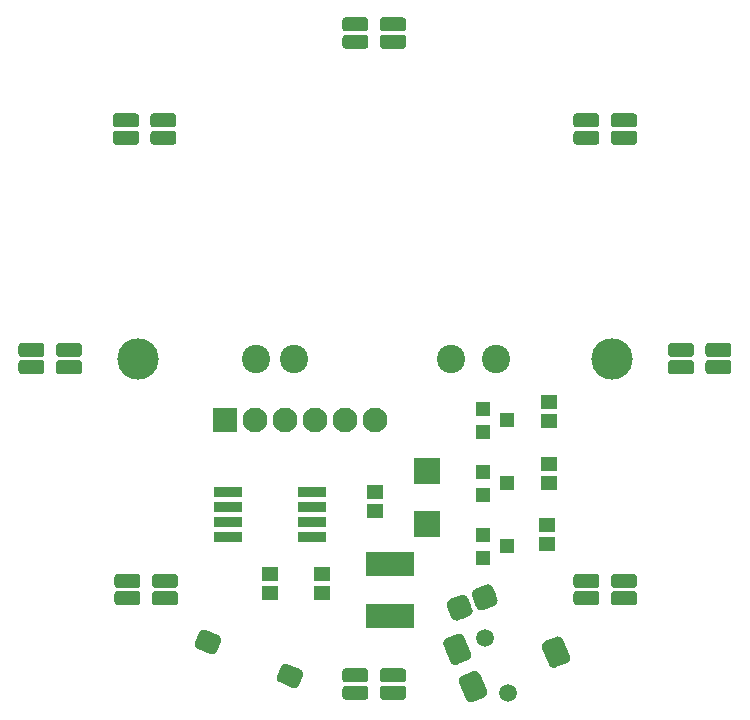
<source format=gbr>
G04 #@! TF.GenerationSoftware,KiCad,Pcbnew,5.0.0-fee4fd1~65~ubuntu17.10.1*
G04 #@! TF.CreationDate,2018-10-07T18:53:38+01:00*
G04 #@! TF.ProjectId,LED Coaster,4C454420436F61737465722E6B696361,rev?*
G04 #@! TF.SameCoordinates,Original*
G04 #@! TF.FileFunction,Soldermask,Top*
G04 #@! TF.FilePolarity,Negative*
%FSLAX46Y46*%
G04 Gerber Fmt 4.6, Leading zero omitted, Abs format (unit mm)*
G04 Created by KiCad (PCBNEW 5.0.0-fee4fd1~65~ubuntu17.10.1) date Sun Oct  7 18:53:38 2018*
%MOMM*%
%LPD*%
G01*
G04 APERTURE LIST*
%ADD10R,1.400000X1.220000*%
%ADD11R,2.300000X2.300000*%
%ADD12R,4.100000X2.070000*%
%ADD13R,2.400000X0.950000*%
%ADD14C,0.100000*%
%ADD15C,1.900000*%
%ADD16C,1.500000*%
%ADD17R,2.100000X2.100000*%
%ADD18C,2.100000*%
%ADD19C,2.400000*%
%ADD20C,1.700000*%
%ADD21R,1.300000X1.200000*%
%ADD22C,1.200000*%
%ADD23C,3.500000*%
G04 APERTURE END LIST*
D10*
G04 #@! TO.C,C1*
X208280000Y-114135000D03*
X208280000Y-115735000D03*
G04 #@! TD*
D11*
G04 #@! TO.C,C2*
X212725000Y-112395000D03*
X212725000Y-116840000D03*
G04 #@! TD*
D12*
G04 #@! TO.C,D1*
X209550000Y-120253000D03*
X209550000Y-124603000D03*
G04 #@! TD*
D13*
G04 #@! TO.C,IC1*
X195834000Y-114173000D03*
X195834000Y-115443000D03*
X195834000Y-116713000D03*
X195834000Y-117983000D03*
X202946000Y-117983000D03*
X202946000Y-116713000D03*
X202946000Y-115443000D03*
X202946000Y-114173000D03*
G04 #@! TD*
D14*
G04 #@! TO.C,J1*
G36*
X216778974Y-129292724D02*
X216825084Y-129299564D01*
X216870301Y-129310890D01*
X216914191Y-129326594D01*
X216956329Y-129346524D01*
X216996312Y-129370489D01*
X217033753Y-129398257D01*
X217068292Y-129429561D01*
X217099596Y-129464100D01*
X217127364Y-129501541D01*
X217151329Y-129541524D01*
X217171259Y-129583662D01*
X217726150Y-130923287D01*
X217741854Y-130967177D01*
X217753180Y-131012394D01*
X217760020Y-131058504D01*
X217762307Y-131105062D01*
X217760020Y-131151620D01*
X217753180Y-131197730D01*
X217741854Y-131242947D01*
X217726150Y-131286837D01*
X217706220Y-131328975D01*
X217682255Y-131368958D01*
X217654487Y-131406399D01*
X217623183Y-131440938D01*
X217588644Y-131472242D01*
X217551203Y-131500010D01*
X217511220Y-131523975D01*
X217469082Y-131543905D01*
X216591397Y-131907454D01*
X216547507Y-131923158D01*
X216502290Y-131934484D01*
X216456180Y-131941324D01*
X216409622Y-131943611D01*
X216363064Y-131941324D01*
X216316954Y-131934484D01*
X216271737Y-131923158D01*
X216227847Y-131907454D01*
X216185709Y-131887524D01*
X216145726Y-131863559D01*
X216108285Y-131835791D01*
X216073746Y-131804487D01*
X216042442Y-131769948D01*
X216014674Y-131732507D01*
X215990709Y-131692524D01*
X215970779Y-131650386D01*
X215415888Y-130310761D01*
X215400184Y-130266871D01*
X215388858Y-130221654D01*
X215382018Y-130175544D01*
X215379731Y-130128986D01*
X215382018Y-130082428D01*
X215388858Y-130036318D01*
X215400184Y-129991101D01*
X215415888Y-129947211D01*
X215435818Y-129905073D01*
X215459783Y-129865090D01*
X215487551Y-129827649D01*
X215518855Y-129793110D01*
X215553394Y-129761806D01*
X215590835Y-129734038D01*
X215630818Y-129710073D01*
X215672956Y-129690143D01*
X216550641Y-129326594D01*
X216594531Y-129310890D01*
X216639748Y-129299564D01*
X216685858Y-129292724D01*
X216732416Y-129290437D01*
X216778974Y-129292724D01*
X216778974Y-129292724D01*
G37*
D15*
X216571019Y-130617024D03*
D14*
G36*
X223818936Y-126376676D02*
X223865046Y-126383516D01*
X223910263Y-126394842D01*
X223954153Y-126410546D01*
X223996291Y-126430476D01*
X224036274Y-126454441D01*
X224073715Y-126482209D01*
X224108254Y-126513513D01*
X224139558Y-126548052D01*
X224167326Y-126585493D01*
X224191291Y-126625476D01*
X224211221Y-126667614D01*
X224766112Y-128007239D01*
X224781816Y-128051129D01*
X224793142Y-128096346D01*
X224799982Y-128142456D01*
X224802269Y-128189014D01*
X224799982Y-128235572D01*
X224793142Y-128281682D01*
X224781816Y-128326899D01*
X224766112Y-128370789D01*
X224746182Y-128412927D01*
X224722217Y-128452910D01*
X224694449Y-128490351D01*
X224663145Y-128524890D01*
X224628606Y-128556194D01*
X224591165Y-128583962D01*
X224551182Y-128607927D01*
X224509044Y-128627857D01*
X223631359Y-128991406D01*
X223587469Y-129007110D01*
X223542252Y-129018436D01*
X223496142Y-129025276D01*
X223449584Y-129027563D01*
X223403026Y-129025276D01*
X223356916Y-129018436D01*
X223311699Y-129007110D01*
X223267809Y-128991406D01*
X223225671Y-128971476D01*
X223185688Y-128947511D01*
X223148247Y-128919743D01*
X223113708Y-128888439D01*
X223082404Y-128853900D01*
X223054636Y-128816459D01*
X223030671Y-128776476D01*
X223010741Y-128734338D01*
X222455850Y-127394713D01*
X222440146Y-127350823D01*
X222428820Y-127305606D01*
X222421980Y-127259496D01*
X222419693Y-127212938D01*
X222421980Y-127166380D01*
X222428820Y-127120270D01*
X222440146Y-127075053D01*
X222455850Y-127031163D01*
X222475780Y-126989025D01*
X222499745Y-126949042D01*
X222527513Y-126911601D01*
X222558817Y-126877062D01*
X222593356Y-126845758D01*
X222630797Y-126817990D01*
X222670780Y-126794025D01*
X222712918Y-126774095D01*
X223590603Y-126410546D01*
X223634493Y-126394842D01*
X223679710Y-126383516D01*
X223725820Y-126376676D01*
X223772378Y-126374389D01*
X223818936Y-126376676D01*
X223818936Y-126376676D01*
G37*
D15*
X223610981Y-127700976D03*
D14*
G36*
X215466752Y-126124741D02*
X215512862Y-126131581D01*
X215558079Y-126142907D01*
X215601969Y-126158611D01*
X215644107Y-126178541D01*
X215684090Y-126202506D01*
X215721531Y-126230274D01*
X215756070Y-126261578D01*
X215787374Y-126296117D01*
X215815142Y-126333558D01*
X215839107Y-126373541D01*
X215859037Y-126415679D01*
X216413928Y-127755304D01*
X216429632Y-127799194D01*
X216440958Y-127844411D01*
X216447798Y-127890521D01*
X216450085Y-127937079D01*
X216447798Y-127983637D01*
X216440958Y-128029747D01*
X216429632Y-128074964D01*
X216413928Y-128118854D01*
X216393998Y-128160992D01*
X216370033Y-128200975D01*
X216342265Y-128238416D01*
X216310961Y-128272955D01*
X216276422Y-128304259D01*
X216238981Y-128332027D01*
X216198998Y-128355992D01*
X216156860Y-128375922D01*
X215279175Y-128739471D01*
X215235285Y-128755175D01*
X215190068Y-128766501D01*
X215143958Y-128773341D01*
X215097400Y-128775628D01*
X215050842Y-128773341D01*
X215004732Y-128766501D01*
X214959515Y-128755175D01*
X214915625Y-128739471D01*
X214873487Y-128719541D01*
X214833504Y-128695576D01*
X214796063Y-128667808D01*
X214761524Y-128636504D01*
X214730220Y-128601965D01*
X214702452Y-128564524D01*
X214678487Y-128524541D01*
X214658557Y-128482403D01*
X214103666Y-127142778D01*
X214087962Y-127098888D01*
X214076636Y-127053671D01*
X214069796Y-127007561D01*
X214067509Y-126961003D01*
X214069796Y-126914445D01*
X214076636Y-126868335D01*
X214087962Y-126823118D01*
X214103666Y-126779228D01*
X214123596Y-126737090D01*
X214147561Y-126697107D01*
X214175329Y-126659666D01*
X214206633Y-126625127D01*
X214241172Y-126593823D01*
X214278613Y-126566055D01*
X214318596Y-126542090D01*
X214360734Y-126522160D01*
X215238419Y-126158611D01*
X215282309Y-126142907D01*
X215327526Y-126131581D01*
X215373636Y-126124741D01*
X215420194Y-126122454D01*
X215466752Y-126124741D01*
X215466752Y-126124741D01*
G37*
D15*
X215258797Y-127449041D03*
D14*
G36*
X217867385Y-121964370D02*
X217913495Y-121971210D01*
X217958712Y-121982536D01*
X218002602Y-121998240D01*
X218044740Y-122018170D01*
X218084723Y-122042135D01*
X218122164Y-122069903D01*
X218156703Y-122101207D01*
X218188007Y-122135746D01*
X218215775Y-122173187D01*
X218239740Y-122213170D01*
X218259670Y-122255308D01*
X218623219Y-123132993D01*
X218638923Y-123176883D01*
X218650249Y-123222100D01*
X218657089Y-123268210D01*
X218659376Y-123314768D01*
X218657089Y-123361326D01*
X218650249Y-123407436D01*
X218638923Y-123452653D01*
X218623219Y-123496543D01*
X218603289Y-123538681D01*
X218579324Y-123578664D01*
X218551556Y-123616105D01*
X218520252Y-123650644D01*
X218485713Y-123681948D01*
X218448272Y-123709716D01*
X218408289Y-123733681D01*
X218366151Y-123753611D01*
X217488466Y-124117160D01*
X217444576Y-124132864D01*
X217399359Y-124144190D01*
X217353249Y-124151030D01*
X217306691Y-124153317D01*
X217260133Y-124151030D01*
X217214023Y-124144190D01*
X217168806Y-124132864D01*
X217124916Y-124117160D01*
X217082778Y-124097230D01*
X217042795Y-124073265D01*
X217005354Y-124045497D01*
X216970815Y-124014193D01*
X216939511Y-123979654D01*
X216911743Y-123942213D01*
X216887778Y-123902230D01*
X216867848Y-123860092D01*
X216504299Y-122982407D01*
X216488595Y-122938517D01*
X216477269Y-122893300D01*
X216470429Y-122847190D01*
X216468142Y-122800632D01*
X216470429Y-122754074D01*
X216477269Y-122707964D01*
X216488595Y-122662747D01*
X216504299Y-122618857D01*
X216524229Y-122576719D01*
X216548194Y-122536736D01*
X216575962Y-122499295D01*
X216607266Y-122464756D01*
X216641805Y-122433452D01*
X216679246Y-122405684D01*
X216719229Y-122381719D01*
X216761367Y-122361789D01*
X217639052Y-121998240D01*
X217682942Y-121982536D01*
X217728159Y-121971210D01*
X217774269Y-121964370D01*
X217820827Y-121962083D01*
X217867385Y-121964370D01*
X217867385Y-121964370D01*
G37*
D15*
X217563759Y-123057700D03*
D14*
G36*
X215755396Y-122839184D02*
X215801506Y-122846024D01*
X215846723Y-122857350D01*
X215890613Y-122873054D01*
X215932751Y-122892984D01*
X215972734Y-122916949D01*
X216010175Y-122944717D01*
X216044714Y-122976021D01*
X216076018Y-123010560D01*
X216103786Y-123048001D01*
X216127751Y-123087984D01*
X216147681Y-123130122D01*
X216511230Y-124007807D01*
X216526934Y-124051697D01*
X216538260Y-124096914D01*
X216545100Y-124143024D01*
X216547387Y-124189582D01*
X216545100Y-124236140D01*
X216538260Y-124282250D01*
X216526934Y-124327467D01*
X216511230Y-124371357D01*
X216491300Y-124413495D01*
X216467335Y-124453478D01*
X216439567Y-124490919D01*
X216408263Y-124525458D01*
X216373724Y-124556762D01*
X216336283Y-124584530D01*
X216296300Y-124608495D01*
X216254162Y-124628425D01*
X215376477Y-124991974D01*
X215332587Y-125007678D01*
X215287370Y-125019004D01*
X215241260Y-125025844D01*
X215194702Y-125028131D01*
X215148144Y-125025844D01*
X215102034Y-125019004D01*
X215056817Y-125007678D01*
X215012927Y-124991974D01*
X214970789Y-124972044D01*
X214930806Y-124948079D01*
X214893365Y-124920311D01*
X214858826Y-124889007D01*
X214827522Y-124854468D01*
X214799754Y-124817027D01*
X214775789Y-124777044D01*
X214755859Y-124734906D01*
X214392310Y-123857221D01*
X214376606Y-123813331D01*
X214365280Y-123768114D01*
X214358440Y-123722004D01*
X214356153Y-123675446D01*
X214358440Y-123628888D01*
X214365280Y-123582778D01*
X214376606Y-123537561D01*
X214392310Y-123493671D01*
X214412240Y-123451533D01*
X214436205Y-123411550D01*
X214463973Y-123374109D01*
X214495277Y-123339570D01*
X214529816Y-123308266D01*
X214567257Y-123280498D01*
X214607240Y-123256533D01*
X214649378Y-123236603D01*
X215527063Y-122873054D01*
X215570953Y-122857350D01*
X215616170Y-122846024D01*
X215662280Y-122839184D01*
X215708838Y-122836897D01*
X215755396Y-122839184D01*
X215755396Y-122839184D01*
G37*
D15*
X215451770Y-123932514D03*
D16*
X219549483Y-131170333D03*
X217605452Y-126477025D03*
G04 #@! TD*
D17*
G04 #@! TO.C,J2*
X195580000Y-108077000D03*
D18*
X198120000Y-108077000D03*
X200660000Y-108077000D03*
X203200000Y-108077000D03*
X205740000Y-108077000D03*
X208280000Y-108077000D03*
G04 #@! TD*
D10*
G04 #@! TO.C,R1*
X222885000Y-116929000D03*
X222885000Y-118529000D03*
G04 #@! TD*
G04 #@! TO.C,R2*
X223012000Y-113360000D03*
X223012000Y-111760000D03*
G04 #@! TD*
G04 #@! TO.C,R3*
X223012000Y-106515000D03*
X223012000Y-108115000D03*
G04 #@! TD*
G04 #@! TO.C,R4*
X199390000Y-122720000D03*
X199390000Y-121120000D03*
G04 #@! TD*
G04 #@! TO.C,R5*
X203835000Y-122720000D03*
X203835000Y-121120000D03*
G04 #@! TD*
D19*
G04 #@! TO.C,SW1*
X198247000Y-102870000D03*
X218567000Y-102870000D03*
X201422000Y-102870000D03*
X214757000Y-102870000D03*
G04 #@! TD*
D14*
G04 #@! TO.C,SW2*
G36*
X193820519Y-125799291D02*
X193861775Y-125805411D01*
X193902233Y-125815545D01*
X193941503Y-125829596D01*
X195003964Y-126269682D01*
X195041667Y-126287515D01*
X195077440Y-126308956D01*
X195110940Y-126333802D01*
X195141843Y-126361811D01*
X195169852Y-126392714D01*
X195194698Y-126426214D01*
X195216140Y-126461987D01*
X195233972Y-126499691D01*
X195248023Y-126538960D01*
X195258157Y-126579418D01*
X195264277Y-126620674D01*
X195266323Y-126662331D01*
X195264277Y-126703988D01*
X195258157Y-126745244D01*
X195248023Y-126785702D01*
X195233972Y-126824971D01*
X194908691Y-127610269D01*
X194890859Y-127647973D01*
X194869417Y-127683746D01*
X194844571Y-127717246D01*
X194816562Y-127748149D01*
X194785659Y-127776158D01*
X194752159Y-127801004D01*
X194716386Y-127822446D01*
X194678682Y-127840278D01*
X194639413Y-127854329D01*
X194598955Y-127864463D01*
X194557699Y-127870583D01*
X194516042Y-127872629D01*
X194474385Y-127870583D01*
X194433129Y-127864463D01*
X194392671Y-127854329D01*
X194353401Y-127840278D01*
X193290940Y-127400192D01*
X193253237Y-127382359D01*
X193217464Y-127360918D01*
X193183964Y-127336072D01*
X193153061Y-127308063D01*
X193125052Y-127277160D01*
X193100206Y-127243660D01*
X193078764Y-127207887D01*
X193060932Y-127170183D01*
X193046881Y-127130914D01*
X193036747Y-127090456D01*
X193030627Y-127049200D01*
X193028581Y-127007543D01*
X193030627Y-126965886D01*
X193036747Y-126924630D01*
X193046881Y-126884172D01*
X193060932Y-126844903D01*
X193386213Y-126059605D01*
X193404045Y-126021901D01*
X193425487Y-125986128D01*
X193450333Y-125952628D01*
X193478342Y-125921725D01*
X193509245Y-125893716D01*
X193542745Y-125868870D01*
X193578518Y-125847428D01*
X193616222Y-125829596D01*
X193655491Y-125815545D01*
X193695949Y-125805411D01*
X193737205Y-125799291D01*
X193778862Y-125797245D01*
X193820519Y-125799291D01*
X193820519Y-125799291D01*
G37*
D20*
X194147452Y-126834937D03*
D14*
G36*
X200749615Y-128669417D02*
X200790871Y-128675537D01*
X200831329Y-128685671D01*
X200870599Y-128699722D01*
X201933060Y-129139808D01*
X201970763Y-129157641D01*
X202006536Y-129179082D01*
X202040036Y-129203928D01*
X202070939Y-129231937D01*
X202098948Y-129262840D01*
X202123794Y-129296340D01*
X202145236Y-129332113D01*
X202163068Y-129369817D01*
X202177119Y-129409086D01*
X202187253Y-129449544D01*
X202193373Y-129490800D01*
X202195419Y-129532457D01*
X202193373Y-129574114D01*
X202187253Y-129615370D01*
X202177119Y-129655828D01*
X202163068Y-129695097D01*
X201837787Y-130480395D01*
X201819955Y-130518099D01*
X201798513Y-130553872D01*
X201773667Y-130587372D01*
X201745658Y-130618275D01*
X201714755Y-130646284D01*
X201681255Y-130671130D01*
X201645482Y-130692572D01*
X201607778Y-130710404D01*
X201568509Y-130724455D01*
X201528051Y-130734589D01*
X201486795Y-130740709D01*
X201445138Y-130742755D01*
X201403481Y-130740709D01*
X201362225Y-130734589D01*
X201321767Y-130724455D01*
X201282497Y-130710404D01*
X200220036Y-130270318D01*
X200182333Y-130252485D01*
X200146560Y-130231044D01*
X200113060Y-130206198D01*
X200082157Y-130178189D01*
X200054148Y-130147286D01*
X200029302Y-130113786D01*
X200007860Y-130078013D01*
X199990028Y-130040309D01*
X199975977Y-130001040D01*
X199965843Y-129960582D01*
X199959723Y-129919326D01*
X199957677Y-129877669D01*
X199959723Y-129836012D01*
X199965843Y-129794756D01*
X199975977Y-129754298D01*
X199990028Y-129715029D01*
X200315309Y-128929731D01*
X200333141Y-128892027D01*
X200354583Y-128856254D01*
X200379429Y-128822754D01*
X200407438Y-128791851D01*
X200438341Y-128763842D01*
X200471841Y-128738996D01*
X200507614Y-128717554D01*
X200545318Y-128699722D01*
X200584587Y-128685671D01*
X200625045Y-128675537D01*
X200666301Y-128669417D01*
X200707958Y-128667371D01*
X200749615Y-128669417D01*
X200749615Y-128669417D01*
G37*
D20*
X201076548Y-129705063D03*
G04 #@! TD*
D21*
G04 #@! TO.C,T1*
X217440000Y-117795000D03*
X217440000Y-119695000D03*
X219440000Y-118745000D03*
G04 #@! TD*
G04 #@! TO.C,T2*
X219440000Y-113411000D03*
X217440000Y-114361000D03*
X217440000Y-112461000D03*
G04 #@! TD*
G04 #@! TO.C,T3*
X217440000Y-107127000D03*
X217440000Y-109027000D03*
X219440000Y-108077000D03*
G04 #@! TD*
D14*
G04 #@! TO.C,L1*
G36*
X210633405Y-75410945D02*
X210662527Y-75415264D01*
X210691085Y-75422418D01*
X210718805Y-75432336D01*
X210745419Y-75444924D01*
X210770671Y-75460059D01*
X210794318Y-75477597D01*
X210816132Y-75497368D01*
X210835903Y-75519182D01*
X210853441Y-75542829D01*
X210868576Y-75568081D01*
X210881164Y-75594695D01*
X210891082Y-75622415D01*
X210898236Y-75650973D01*
X210902555Y-75680095D01*
X210904000Y-75709500D01*
X210904000Y-76309500D01*
X210902555Y-76338905D01*
X210898236Y-76368027D01*
X210891082Y-76396585D01*
X210881164Y-76424305D01*
X210868576Y-76450919D01*
X210853441Y-76476171D01*
X210835903Y-76499818D01*
X210816132Y-76521632D01*
X210794318Y-76541403D01*
X210770671Y-76558941D01*
X210745419Y-76574076D01*
X210718805Y-76586664D01*
X210691085Y-76596582D01*
X210662527Y-76603736D01*
X210633405Y-76608055D01*
X210604000Y-76609500D01*
X209004000Y-76609500D01*
X208974595Y-76608055D01*
X208945473Y-76603736D01*
X208916915Y-76596582D01*
X208889195Y-76586664D01*
X208862581Y-76574076D01*
X208837329Y-76558941D01*
X208813682Y-76541403D01*
X208791868Y-76521632D01*
X208772097Y-76499818D01*
X208754559Y-76476171D01*
X208739424Y-76450919D01*
X208726836Y-76424305D01*
X208716918Y-76396585D01*
X208709764Y-76368027D01*
X208705445Y-76338905D01*
X208704000Y-76309500D01*
X208704000Y-75709500D01*
X208705445Y-75680095D01*
X208709764Y-75650973D01*
X208716918Y-75622415D01*
X208726836Y-75594695D01*
X208739424Y-75568081D01*
X208754559Y-75542829D01*
X208772097Y-75519182D01*
X208791868Y-75497368D01*
X208813682Y-75477597D01*
X208837329Y-75460059D01*
X208862581Y-75444924D01*
X208889195Y-75432336D01*
X208916915Y-75422418D01*
X208945473Y-75415264D01*
X208974595Y-75410945D01*
X209004000Y-75409500D01*
X210604000Y-75409500D01*
X210633405Y-75410945D01*
X210633405Y-75410945D01*
G37*
D22*
X209804000Y-76009500D03*
D14*
G36*
X207458405Y-75410945D02*
X207487527Y-75415264D01*
X207516085Y-75422418D01*
X207543805Y-75432336D01*
X207570419Y-75444924D01*
X207595671Y-75460059D01*
X207619318Y-75477597D01*
X207641132Y-75497368D01*
X207660903Y-75519182D01*
X207678441Y-75542829D01*
X207693576Y-75568081D01*
X207706164Y-75594695D01*
X207716082Y-75622415D01*
X207723236Y-75650973D01*
X207727555Y-75680095D01*
X207729000Y-75709500D01*
X207729000Y-76309500D01*
X207727555Y-76338905D01*
X207723236Y-76368027D01*
X207716082Y-76396585D01*
X207706164Y-76424305D01*
X207693576Y-76450919D01*
X207678441Y-76476171D01*
X207660903Y-76499818D01*
X207641132Y-76521632D01*
X207619318Y-76541403D01*
X207595671Y-76558941D01*
X207570419Y-76574076D01*
X207543805Y-76586664D01*
X207516085Y-76596582D01*
X207487527Y-76603736D01*
X207458405Y-76608055D01*
X207429000Y-76609500D01*
X205829000Y-76609500D01*
X205799595Y-76608055D01*
X205770473Y-76603736D01*
X205741915Y-76596582D01*
X205714195Y-76586664D01*
X205687581Y-76574076D01*
X205662329Y-76558941D01*
X205638682Y-76541403D01*
X205616868Y-76521632D01*
X205597097Y-76499818D01*
X205579559Y-76476171D01*
X205564424Y-76450919D01*
X205551836Y-76424305D01*
X205541918Y-76396585D01*
X205534764Y-76368027D01*
X205530445Y-76338905D01*
X205529000Y-76309500D01*
X205529000Y-75709500D01*
X205530445Y-75680095D01*
X205534764Y-75650973D01*
X205541918Y-75622415D01*
X205551836Y-75594695D01*
X205564424Y-75568081D01*
X205579559Y-75542829D01*
X205597097Y-75519182D01*
X205616868Y-75497368D01*
X205638682Y-75477597D01*
X205662329Y-75460059D01*
X205687581Y-75444924D01*
X205714195Y-75432336D01*
X205741915Y-75422418D01*
X205770473Y-75415264D01*
X205799595Y-75410945D01*
X205829000Y-75409500D01*
X207429000Y-75409500D01*
X207458405Y-75410945D01*
X207458405Y-75410945D01*
G37*
D22*
X206629000Y-76009500D03*
D14*
G36*
X210633405Y-73950445D02*
X210662527Y-73954764D01*
X210691085Y-73961918D01*
X210718805Y-73971836D01*
X210745419Y-73984424D01*
X210770671Y-73999559D01*
X210794318Y-74017097D01*
X210816132Y-74036868D01*
X210835903Y-74058682D01*
X210853441Y-74082329D01*
X210868576Y-74107581D01*
X210881164Y-74134195D01*
X210891082Y-74161915D01*
X210898236Y-74190473D01*
X210902555Y-74219595D01*
X210904000Y-74249000D01*
X210904000Y-74849000D01*
X210902555Y-74878405D01*
X210898236Y-74907527D01*
X210891082Y-74936085D01*
X210881164Y-74963805D01*
X210868576Y-74990419D01*
X210853441Y-75015671D01*
X210835903Y-75039318D01*
X210816132Y-75061132D01*
X210794318Y-75080903D01*
X210770671Y-75098441D01*
X210745419Y-75113576D01*
X210718805Y-75126164D01*
X210691085Y-75136082D01*
X210662527Y-75143236D01*
X210633405Y-75147555D01*
X210604000Y-75149000D01*
X209004000Y-75149000D01*
X208974595Y-75147555D01*
X208945473Y-75143236D01*
X208916915Y-75136082D01*
X208889195Y-75126164D01*
X208862581Y-75113576D01*
X208837329Y-75098441D01*
X208813682Y-75080903D01*
X208791868Y-75061132D01*
X208772097Y-75039318D01*
X208754559Y-75015671D01*
X208739424Y-74990419D01*
X208726836Y-74963805D01*
X208716918Y-74936085D01*
X208709764Y-74907527D01*
X208705445Y-74878405D01*
X208704000Y-74849000D01*
X208704000Y-74249000D01*
X208705445Y-74219595D01*
X208709764Y-74190473D01*
X208716918Y-74161915D01*
X208726836Y-74134195D01*
X208739424Y-74107581D01*
X208754559Y-74082329D01*
X208772097Y-74058682D01*
X208791868Y-74036868D01*
X208813682Y-74017097D01*
X208837329Y-73999559D01*
X208862581Y-73984424D01*
X208889195Y-73971836D01*
X208916915Y-73961918D01*
X208945473Y-73954764D01*
X208974595Y-73950445D01*
X209004000Y-73949000D01*
X210604000Y-73949000D01*
X210633405Y-73950445D01*
X210633405Y-73950445D01*
G37*
D22*
X209804000Y-74549000D03*
D14*
G36*
X207458405Y-73950445D02*
X207487527Y-73954764D01*
X207516085Y-73961918D01*
X207543805Y-73971836D01*
X207570419Y-73984424D01*
X207595671Y-73999559D01*
X207619318Y-74017097D01*
X207641132Y-74036868D01*
X207660903Y-74058682D01*
X207678441Y-74082329D01*
X207693576Y-74107581D01*
X207706164Y-74134195D01*
X207716082Y-74161915D01*
X207723236Y-74190473D01*
X207727555Y-74219595D01*
X207729000Y-74249000D01*
X207729000Y-74849000D01*
X207727555Y-74878405D01*
X207723236Y-74907527D01*
X207716082Y-74936085D01*
X207706164Y-74963805D01*
X207693576Y-74990419D01*
X207678441Y-75015671D01*
X207660903Y-75039318D01*
X207641132Y-75061132D01*
X207619318Y-75080903D01*
X207595671Y-75098441D01*
X207570419Y-75113576D01*
X207543805Y-75126164D01*
X207516085Y-75136082D01*
X207487527Y-75143236D01*
X207458405Y-75147555D01*
X207429000Y-75149000D01*
X205829000Y-75149000D01*
X205799595Y-75147555D01*
X205770473Y-75143236D01*
X205741915Y-75136082D01*
X205714195Y-75126164D01*
X205687581Y-75113576D01*
X205662329Y-75098441D01*
X205638682Y-75080903D01*
X205616868Y-75061132D01*
X205597097Y-75039318D01*
X205579559Y-75015671D01*
X205564424Y-74990419D01*
X205551836Y-74963805D01*
X205541918Y-74936085D01*
X205534764Y-74907527D01*
X205530445Y-74878405D01*
X205529000Y-74849000D01*
X205529000Y-74249000D01*
X205530445Y-74219595D01*
X205534764Y-74190473D01*
X205541918Y-74161915D01*
X205551836Y-74134195D01*
X205564424Y-74107581D01*
X205579559Y-74082329D01*
X205597097Y-74058682D01*
X205616868Y-74036868D01*
X205638682Y-74017097D01*
X205662329Y-73999559D01*
X205687581Y-73984424D01*
X205714195Y-73971836D01*
X205741915Y-73961918D01*
X205770473Y-73954764D01*
X205799595Y-73950445D01*
X205829000Y-73949000D01*
X207429000Y-73949000D01*
X207458405Y-73950445D01*
X207458405Y-73950445D01*
G37*
D22*
X206629000Y-74549000D03*
G04 #@! TD*
D14*
G04 #@! TO.C,L2*
G36*
X227016405Y-82078445D02*
X227045527Y-82082764D01*
X227074085Y-82089918D01*
X227101805Y-82099836D01*
X227128419Y-82112424D01*
X227153671Y-82127559D01*
X227177318Y-82145097D01*
X227199132Y-82164868D01*
X227218903Y-82186682D01*
X227236441Y-82210329D01*
X227251576Y-82235581D01*
X227264164Y-82262195D01*
X227274082Y-82289915D01*
X227281236Y-82318473D01*
X227285555Y-82347595D01*
X227287000Y-82377000D01*
X227287000Y-82977000D01*
X227285555Y-83006405D01*
X227281236Y-83035527D01*
X227274082Y-83064085D01*
X227264164Y-83091805D01*
X227251576Y-83118419D01*
X227236441Y-83143671D01*
X227218903Y-83167318D01*
X227199132Y-83189132D01*
X227177318Y-83208903D01*
X227153671Y-83226441D01*
X227128419Y-83241576D01*
X227101805Y-83254164D01*
X227074085Y-83264082D01*
X227045527Y-83271236D01*
X227016405Y-83275555D01*
X226987000Y-83277000D01*
X225387000Y-83277000D01*
X225357595Y-83275555D01*
X225328473Y-83271236D01*
X225299915Y-83264082D01*
X225272195Y-83254164D01*
X225245581Y-83241576D01*
X225220329Y-83226441D01*
X225196682Y-83208903D01*
X225174868Y-83189132D01*
X225155097Y-83167318D01*
X225137559Y-83143671D01*
X225122424Y-83118419D01*
X225109836Y-83091805D01*
X225099918Y-83064085D01*
X225092764Y-83035527D01*
X225088445Y-83006405D01*
X225087000Y-82977000D01*
X225087000Y-82377000D01*
X225088445Y-82347595D01*
X225092764Y-82318473D01*
X225099918Y-82289915D01*
X225109836Y-82262195D01*
X225122424Y-82235581D01*
X225137559Y-82210329D01*
X225155097Y-82186682D01*
X225174868Y-82164868D01*
X225196682Y-82145097D01*
X225220329Y-82127559D01*
X225245581Y-82112424D01*
X225272195Y-82099836D01*
X225299915Y-82089918D01*
X225328473Y-82082764D01*
X225357595Y-82078445D01*
X225387000Y-82077000D01*
X226987000Y-82077000D01*
X227016405Y-82078445D01*
X227016405Y-82078445D01*
G37*
D22*
X226187000Y-82677000D03*
D14*
G36*
X230191405Y-82078445D02*
X230220527Y-82082764D01*
X230249085Y-82089918D01*
X230276805Y-82099836D01*
X230303419Y-82112424D01*
X230328671Y-82127559D01*
X230352318Y-82145097D01*
X230374132Y-82164868D01*
X230393903Y-82186682D01*
X230411441Y-82210329D01*
X230426576Y-82235581D01*
X230439164Y-82262195D01*
X230449082Y-82289915D01*
X230456236Y-82318473D01*
X230460555Y-82347595D01*
X230462000Y-82377000D01*
X230462000Y-82977000D01*
X230460555Y-83006405D01*
X230456236Y-83035527D01*
X230449082Y-83064085D01*
X230439164Y-83091805D01*
X230426576Y-83118419D01*
X230411441Y-83143671D01*
X230393903Y-83167318D01*
X230374132Y-83189132D01*
X230352318Y-83208903D01*
X230328671Y-83226441D01*
X230303419Y-83241576D01*
X230276805Y-83254164D01*
X230249085Y-83264082D01*
X230220527Y-83271236D01*
X230191405Y-83275555D01*
X230162000Y-83277000D01*
X228562000Y-83277000D01*
X228532595Y-83275555D01*
X228503473Y-83271236D01*
X228474915Y-83264082D01*
X228447195Y-83254164D01*
X228420581Y-83241576D01*
X228395329Y-83226441D01*
X228371682Y-83208903D01*
X228349868Y-83189132D01*
X228330097Y-83167318D01*
X228312559Y-83143671D01*
X228297424Y-83118419D01*
X228284836Y-83091805D01*
X228274918Y-83064085D01*
X228267764Y-83035527D01*
X228263445Y-83006405D01*
X228262000Y-82977000D01*
X228262000Y-82377000D01*
X228263445Y-82347595D01*
X228267764Y-82318473D01*
X228274918Y-82289915D01*
X228284836Y-82262195D01*
X228297424Y-82235581D01*
X228312559Y-82210329D01*
X228330097Y-82186682D01*
X228349868Y-82164868D01*
X228371682Y-82145097D01*
X228395329Y-82127559D01*
X228420581Y-82112424D01*
X228447195Y-82099836D01*
X228474915Y-82089918D01*
X228503473Y-82082764D01*
X228532595Y-82078445D01*
X228562000Y-82077000D01*
X230162000Y-82077000D01*
X230191405Y-82078445D01*
X230191405Y-82078445D01*
G37*
D22*
X229362000Y-82677000D03*
D14*
G36*
X227016405Y-83538945D02*
X227045527Y-83543264D01*
X227074085Y-83550418D01*
X227101805Y-83560336D01*
X227128419Y-83572924D01*
X227153671Y-83588059D01*
X227177318Y-83605597D01*
X227199132Y-83625368D01*
X227218903Y-83647182D01*
X227236441Y-83670829D01*
X227251576Y-83696081D01*
X227264164Y-83722695D01*
X227274082Y-83750415D01*
X227281236Y-83778973D01*
X227285555Y-83808095D01*
X227287000Y-83837500D01*
X227287000Y-84437500D01*
X227285555Y-84466905D01*
X227281236Y-84496027D01*
X227274082Y-84524585D01*
X227264164Y-84552305D01*
X227251576Y-84578919D01*
X227236441Y-84604171D01*
X227218903Y-84627818D01*
X227199132Y-84649632D01*
X227177318Y-84669403D01*
X227153671Y-84686941D01*
X227128419Y-84702076D01*
X227101805Y-84714664D01*
X227074085Y-84724582D01*
X227045527Y-84731736D01*
X227016405Y-84736055D01*
X226987000Y-84737500D01*
X225387000Y-84737500D01*
X225357595Y-84736055D01*
X225328473Y-84731736D01*
X225299915Y-84724582D01*
X225272195Y-84714664D01*
X225245581Y-84702076D01*
X225220329Y-84686941D01*
X225196682Y-84669403D01*
X225174868Y-84649632D01*
X225155097Y-84627818D01*
X225137559Y-84604171D01*
X225122424Y-84578919D01*
X225109836Y-84552305D01*
X225099918Y-84524585D01*
X225092764Y-84496027D01*
X225088445Y-84466905D01*
X225087000Y-84437500D01*
X225087000Y-83837500D01*
X225088445Y-83808095D01*
X225092764Y-83778973D01*
X225099918Y-83750415D01*
X225109836Y-83722695D01*
X225122424Y-83696081D01*
X225137559Y-83670829D01*
X225155097Y-83647182D01*
X225174868Y-83625368D01*
X225196682Y-83605597D01*
X225220329Y-83588059D01*
X225245581Y-83572924D01*
X225272195Y-83560336D01*
X225299915Y-83550418D01*
X225328473Y-83543264D01*
X225357595Y-83538945D01*
X225387000Y-83537500D01*
X226987000Y-83537500D01*
X227016405Y-83538945D01*
X227016405Y-83538945D01*
G37*
D22*
X226187000Y-84137500D03*
D14*
G36*
X230191405Y-83538945D02*
X230220527Y-83543264D01*
X230249085Y-83550418D01*
X230276805Y-83560336D01*
X230303419Y-83572924D01*
X230328671Y-83588059D01*
X230352318Y-83605597D01*
X230374132Y-83625368D01*
X230393903Y-83647182D01*
X230411441Y-83670829D01*
X230426576Y-83696081D01*
X230439164Y-83722695D01*
X230449082Y-83750415D01*
X230456236Y-83778973D01*
X230460555Y-83808095D01*
X230462000Y-83837500D01*
X230462000Y-84437500D01*
X230460555Y-84466905D01*
X230456236Y-84496027D01*
X230449082Y-84524585D01*
X230439164Y-84552305D01*
X230426576Y-84578919D01*
X230411441Y-84604171D01*
X230393903Y-84627818D01*
X230374132Y-84649632D01*
X230352318Y-84669403D01*
X230328671Y-84686941D01*
X230303419Y-84702076D01*
X230276805Y-84714664D01*
X230249085Y-84724582D01*
X230220527Y-84731736D01*
X230191405Y-84736055D01*
X230162000Y-84737500D01*
X228562000Y-84737500D01*
X228532595Y-84736055D01*
X228503473Y-84731736D01*
X228474915Y-84724582D01*
X228447195Y-84714664D01*
X228420581Y-84702076D01*
X228395329Y-84686941D01*
X228371682Y-84669403D01*
X228349868Y-84649632D01*
X228330097Y-84627818D01*
X228312559Y-84604171D01*
X228297424Y-84578919D01*
X228284836Y-84552305D01*
X228274918Y-84524585D01*
X228267764Y-84496027D01*
X228263445Y-84466905D01*
X228262000Y-84437500D01*
X228262000Y-83837500D01*
X228263445Y-83808095D01*
X228267764Y-83778973D01*
X228274918Y-83750415D01*
X228284836Y-83722695D01*
X228297424Y-83696081D01*
X228312559Y-83670829D01*
X228330097Y-83647182D01*
X228349868Y-83625368D01*
X228371682Y-83605597D01*
X228395329Y-83588059D01*
X228420581Y-83572924D01*
X228447195Y-83560336D01*
X228474915Y-83550418D01*
X228503473Y-83543264D01*
X228532595Y-83538945D01*
X228562000Y-83537500D01*
X230162000Y-83537500D01*
X230191405Y-83538945D01*
X230191405Y-83538945D01*
G37*
D22*
X229362000Y-84137500D03*
G04 #@! TD*
D14*
G04 #@! TO.C,L3*
G36*
X238192405Y-102969945D02*
X238221527Y-102974264D01*
X238250085Y-102981418D01*
X238277805Y-102991336D01*
X238304419Y-103003924D01*
X238329671Y-103019059D01*
X238353318Y-103036597D01*
X238375132Y-103056368D01*
X238394903Y-103078182D01*
X238412441Y-103101829D01*
X238427576Y-103127081D01*
X238440164Y-103153695D01*
X238450082Y-103181415D01*
X238457236Y-103209973D01*
X238461555Y-103239095D01*
X238463000Y-103268500D01*
X238463000Y-103868500D01*
X238461555Y-103897905D01*
X238457236Y-103927027D01*
X238450082Y-103955585D01*
X238440164Y-103983305D01*
X238427576Y-104009919D01*
X238412441Y-104035171D01*
X238394903Y-104058818D01*
X238375132Y-104080632D01*
X238353318Y-104100403D01*
X238329671Y-104117941D01*
X238304419Y-104133076D01*
X238277805Y-104145664D01*
X238250085Y-104155582D01*
X238221527Y-104162736D01*
X238192405Y-104167055D01*
X238163000Y-104168500D01*
X236563000Y-104168500D01*
X236533595Y-104167055D01*
X236504473Y-104162736D01*
X236475915Y-104155582D01*
X236448195Y-104145664D01*
X236421581Y-104133076D01*
X236396329Y-104117941D01*
X236372682Y-104100403D01*
X236350868Y-104080632D01*
X236331097Y-104058818D01*
X236313559Y-104035171D01*
X236298424Y-104009919D01*
X236285836Y-103983305D01*
X236275918Y-103955585D01*
X236268764Y-103927027D01*
X236264445Y-103897905D01*
X236263000Y-103868500D01*
X236263000Y-103268500D01*
X236264445Y-103239095D01*
X236268764Y-103209973D01*
X236275918Y-103181415D01*
X236285836Y-103153695D01*
X236298424Y-103127081D01*
X236313559Y-103101829D01*
X236331097Y-103078182D01*
X236350868Y-103056368D01*
X236372682Y-103036597D01*
X236396329Y-103019059D01*
X236421581Y-103003924D01*
X236448195Y-102991336D01*
X236475915Y-102981418D01*
X236504473Y-102974264D01*
X236533595Y-102969945D01*
X236563000Y-102968500D01*
X238163000Y-102968500D01*
X238192405Y-102969945D01*
X238192405Y-102969945D01*
G37*
D22*
X237363000Y-103568500D03*
D14*
G36*
X235017405Y-102969945D02*
X235046527Y-102974264D01*
X235075085Y-102981418D01*
X235102805Y-102991336D01*
X235129419Y-103003924D01*
X235154671Y-103019059D01*
X235178318Y-103036597D01*
X235200132Y-103056368D01*
X235219903Y-103078182D01*
X235237441Y-103101829D01*
X235252576Y-103127081D01*
X235265164Y-103153695D01*
X235275082Y-103181415D01*
X235282236Y-103209973D01*
X235286555Y-103239095D01*
X235288000Y-103268500D01*
X235288000Y-103868500D01*
X235286555Y-103897905D01*
X235282236Y-103927027D01*
X235275082Y-103955585D01*
X235265164Y-103983305D01*
X235252576Y-104009919D01*
X235237441Y-104035171D01*
X235219903Y-104058818D01*
X235200132Y-104080632D01*
X235178318Y-104100403D01*
X235154671Y-104117941D01*
X235129419Y-104133076D01*
X235102805Y-104145664D01*
X235075085Y-104155582D01*
X235046527Y-104162736D01*
X235017405Y-104167055D01*
X234988000Y-104168500D01*
X233388000Y-104168500D01*
X233358595Y-104167055D01*
X233329473Y-104162736D01*
X233300915Y-104155582D01*
X233273195Y-104145664D01*
X233246581Y-104133076D01*
X233221329Y-104117941D01*
X233197682Y-104100403D01*
X233175868Y-104080632D01*
X233156097Y-104058818D01*
X233138559Y-104035171D01*
X233123424Y-104009919D01*
X233110836Y-103983305D01*
X233100918Y-103955585D01*
X233093764Y-103927027D01*
X233089445Y-103897905D01*
X233088000Y-103868500D01*
X233088000Y-103268500D01*
X233089445Y-103239095D01*
X233093764Y-103209973D01*
X233100918Y-103181415D01*
X233110836Y-103153695D01*
X233123424Y-103127081D01*
X233138559Y-103101829D01*
X233156097Y-103078182D01*
X233175868Y-103056368D01*
X233197682Y-103036597D01*
X233221329Y-103019059D01*
X233246581Y-103003924D01*
X233273195Y-102991336D01*
X233300915Y-102981418D01*
X233329473Y-102974264D01*
X233358595Y-102969945D01*
X233388000Y-102968500D01*
X234988000Y-102968500D01*
X235017405Y-102969945D01*
X235017405Y-102969945D01*
G37*
D22*
X234188000Y-103568500D03*
D14*
G36*
X238192405Y-101509445D02*
X238221527Y-101513764D01*
X238250085Y-101520918D01*
X238277805Y-101530836D01*
X238304419Y-101543424D01*
X238329671Y-101558559D01*
X238353318Y-101576097D01*
X238375132Y-101595868D01*
X238394903Y-101617682D01*
X238412441Y-101641329D01*
X238427576Y-101666581D01*
X238440164Y-101693195D01*
X238450082Y-101720915D01*
X238457236Y-101749473D01*
X238461555Y-101778595D01*
X238463000Y-101808000D01*
X238463000Y-102408000D01*
X238461555Y-102437405D01*
X238457236Y-102466527D01*
X238450082Y-102495085D01*
X238440164Y-102522805D01*
X238427576Y-102549419D01*
X238412441Y-102574671D01*
X238394903Y-102598318D01*
X238375132Y-102620132D01*
X238353318Y-102639903D01*
X238329671Y-102657441D01*
X238304419Y-102672576D01*
X238277805Y-102685164D01*
X238250085Y-102695082D01*
X238221527Y-102702236D01*
X238192405Y-102706555D01*
X238163000Y-102708000D01*
X236563000Y-102708000D01*
X236533595Y-102706555D01*
X236504473Y-102702236D01*
X236475915Y-102695082D01*
X236448195Y-102685164D01*
X236421581Y-102672576D01*
X236396329Y-102657441D01*
X236372682Y-102639903D01*
X236350868Y-102620132D01*
X236331097Y-102598318D01*
X236313559Y-102574671D01*
X236298424Y-102549419D01*
X236285836Y-102522805D01*
X236275918Y-102495085D01*
X236268764Y-102466527D01*
X236264445Y-102437405D01*
X236263000Y-102408000D01*
X236263000Y-101808000D01*
X236264445Y-101778595D01*
X236268764Y-101749473D01*
X236275918Y-101720915D01*
X236285836Y-101693195D01*
X236298424Y-101666581D01*
X236313559Y-101641329D01*
X236331097Y-101617682D01*
X236350868Y-101595868D01*
X236372682Y-101576097D01*
X236396329Y-101558559D01*
X236421581Y-101543424D01*
X236448195Y-101530836D01*
X236475915Y-101520918D01*
X236504473Y-101513764D01*
X236533595Y-101509445D01*
X236563000Y-101508000D01*
X238163000Y-101508000D01*
X238192405Y-101509445D01*
X238192405Y-101509445D01*
G37*
D22*
X237363000Y-102108000D03*
D14*
G36*
X235017405Y-101509445D02*
X235046527Y-101513764D01*
X235075085Y-101520918D01*
X235102805Y-101530836D01*
X235129419Y-101543424D01*
X235154671Y-101558559D01*
X235178318Y-101576097D01*
X235200132Y-101595868D01*
X235219903Y-101617682D01*
X235237441Y-101641329D01*
X235252576Y-101666581D01*
X235265164Y-101693195D01*
X235275082Y-101720915D01*
X235282236Y-101749473D01*
X235286555Y-101778595D01*
X235288000Y-101808000D01*
X235288000Y-102408000D01*
X235286555Y-102437405D01*
X235282236Y-102466527D01*
X235275082Y-102495085D01*
X235265164Y-102522805D01*
X235252576Y-102549419D01*
X235237441Y-102574671D01*
X235219903Y-102598318D01*
X235200132Y-102620132D01*
X235178318Y-102639903D01*
X235154671Y-102657441D01*
X235129419Y-102672576D01*
X235102805Y-102685164D01*
X235075085Y-102695082D01*
X235046527Y-102702236D01*
X235017405Y-102706555D01*
X234988000Y-102708000D01*
X233388000Y-102708000D01*
X233358595Y-102706555D01*
X233329473Y-102702236D01*
X233300915Y-102695082D01*
X233273195Y-102685164D01*
X233246581Y-102672576D01*
X233221329Y-102657441D01*
X233197682Y-102639903D01*
X233175868Y-102620132D01*
X233156097Y-102598318D01*
X233138559Y-102574671D01*
X233123424Y-102549419D01*
X233110836Y-102522805D01*
X233100918Y-102495085D01*
X233093764Y-102466527D01*
X233089445Y-102437405D01*
X233088000Y-102408000D01*
X233088000Y-101808000D01*
X233089445Y-101778595D01*
X233093764Y-101749473D01*
X233100918Y-101720915D01*
X233110836Y-101693195D01*
X233123424Y-101666581D01*
X233138559Y-101641329D01*
X233156097Y-101617682D01*
X233175868Y-101595868D01*
X233197682Y-101576097D01*
X233221329Y-101558559D01*
X233246581Y-101543424D01*
X233273195Y-101530836D01*
X233300915Y-101520918D01*
X233329473Y-101513764D01*
X233358595Y-101509445D01*
X233388000Y-101508000D01*
X234988000Y-101508000D01*
X235017405Y-101509445D01*
X235017405Y-101509445D01*
G37*
D22*
X234188000Y-102108000D03*
G04 #@! TD*
D14*
G04 #@! TO.C,L4*
G36*
X227016405Y-121067445D02*
X227045527Y-121071764D01*
X227074085Y-121078918D01*
X227101805Y-121088836D01*
X227128419Y-121101424D01*
X227153671Y-121116559D01*
X227177318Y-121134097D01*
X227199132Y-121153868D01*
X227218903Y-121175682D01*
X227236441Y-121199329D01*
X227251576Y-121224581D01*
X227264164Y-121251195D01*
X227274082Y-121278915D01*
X227281236Y-121307473D01*
X227285555Y-121336595D01*
X227287000Y-121366000D01*
X227287000Y-121966000D01*
X227285555Y-121995405D01*
X227281236Y-122024527D01*
X227274082Y-122053085D01*
X227264164Y-122080805D01*
X227251576Y-122107419D01*
X227236441Y-122132671D01*
X227218903Y-122156318D01*
X227199132Y-122178132D01*
X227177318Y-122197903D01*
X227153671Y-122215441D01*
X227128419Y-122230576D01*
X227101805Y-122243164D01*
X227074085Y-122253082D01*
X227045527Y-122260236D01*
X227016405Y-122264555D01*
X226987000Y-122266000D01*
X225387000Y-122266000D01*
X225357595Y-122264555D01*
X225328473Y-122260236D01*
X225299915Y-122253082D01*
X225272195Y-122243164D01*
X225245581Y-122230576D01*
X225220329Y-122215441D01*
X225196682Y-122197903D01*
X225174868Y-122178132D01*
X225155097Y-122156318D01*
X225137559Y-122132671D01*
X225122424Y-122107419D01*
X225109836Y-122080805D01*
X225099918Y-122053085D01*
X225092764Y-122024527D01*
X225088445Y-121995405D01*
X225087000Y-121966000D01*
X225087000Y-121366000D01*
X225088445Y-121336595D01*
X225092764Y-121307473D01*
X225099918Y-121278915D01*
X225109836Y-121251195D01*
X225122424Y-121224581D01*
X225137559Y-121199329D01*
X225155097Y-121175682D01*
X225174868Y-121153868D01*
X225196682Y-121134097D01*
X225220329Y-121116559D01*
X225245581Y-121101424D01*
X225272195Y-121088836D01*
X225299915Y-121078918D01*
X225328473Y-121071764D01*
X225357595Y-121067445D01*
X225387000Y-121066000D01*
X226987000Y-121066000D01*
X227016405Y-121067445D01*
X227016405Y-121067445D01*
G37*
D22*
X226187000Y-121666000D03*
D14*
G36*
X230191405Y-121067445D02*
X230220527Y-121071764D01*
X230249085Y-121078918D01*
X230276805Y-121088836D01*
X230303419Y-121101424D01*
X230328671Y-121116559D01*
X230352318Y-121134097D01*
X230374132Y-121153868D01*
X230393903Y-121175682D01*
X230411441Y-121199329D01*
X230426576Y-121224581D01*
X230439164Y-121251195D01*
X230449082Y-121278915D01*
X230456236Y-121307473D01*
X230460555Y-121336595D01*
X230462000Y-121366000D01*
X230462000Y-121966000D01*
X230460555Y-121995405D01*
X230456236Y-122024527D01*
X230449082Y-122053085D01*
X230439164Y-122080805D01*
X230426576Y-122107419D01*
X230411441Y-122132671D01*
X230393903Y-122156318D01*
X230374132Y-122178132D01*
X230352318Y-122197903D01*
X230328671Y-122215441D01*
X230303419Y-122230576D01*
X230276805Y-122243164D01*
X230249085Y-122253082D01*
X230220527Y-122260236D01*
X230191405Y-122264555D01*
X230162000Y-122266000D01*
X228562000Y-122266000D01*
X228532595Y-122264555D01*
X228503473Y-122260236D01*
X228474915Y-122253082D01*
X228447195Y-122243164D01*
X228420581Y-122230576D01*
X228395329Y-122215441D01*
X228371682Y-122197903D01*
X228349868Y-122178132D01*
X228330097Y-122156318D01*
X228312559Y-122132671D01*
X228297424Y-122107419D01*
X228284836Y-122080805D01*
X228274918Y-122053085D01*
X228267764Y-122024527D01*
X228263445Y-121995405D01*
X228262000Y-121966000D01*
X228262000Y-121366000D01*
X228263445Y-121336595D01*
X228267764Y-121307473D01*
X228274918Y-121278915D01*
X228284836Y-121251195D01*
X228297424Y-121224581D01*
X228312559Y-121199329D01*
X228330097Y-121175682D01*
X228349868Y-121153868D01*
X228371682Y-121134097D01*
X228395329Y-121116559D01*
X228420581Y-121101424D01*
X228447195Y-121088836D01*
X228474915Y-121078918D01*
X228503473Y-121071764D01*
X228532595Y-121067445D01*
X228562000Y-121066000D01*
X230162000Y-121066000D01*
X230191405Y-121067445D01*
X230191405Y-121067445D01*
G37*
D22*
X229362000Y-121666000D03*
D14*
G36*
X227016405Y-122527945D02*
X227045527Y-122532264D01*
X227074085Y-122539418D01*
X227101805Y-122549336D01*
X227128419Y-122561924D01*
X227153671Y-122577059D01*
X227177318Y-122594597D01*
X227199132Y-122614368D01*
X227218903Y-122636182D01*
X227236441Y-122659829D01*
X227251576Y-122685081D01*
X227264164Y-122711695D01*
X227274082Y-122739415D01*
X227281236Y-122767973D01*
X227285555Y-122797095D01*
X227287000Y-122826500D01*
X227287000Y-123426500D01*
X227285555Y-123455905D01*
X227281236Y-123485027D01*
X227274082Y-123513585D01*
X227264164Y-123541305D01*
X227251576Y-123567919D01*
X227236441Y-123593171D01*
X227218903Y-123616818D01*
X227199132Y-123638632D01*
X227177318Y-123658403D01*
X227153671Y-123675941D01*
X227128419Y-123691076D01*
X227101805Y-123703664D01*
X227074085Y-123713582D01*
X227045527Y-123720736D01*
X227016405Y-123725055D01*
X226987000Y-123726500D01*
X225387000Y-123726500D01*
X225357595Y-123725055D01*
X225328473Y-123720736D01*
X225299915Y-123713582D01*
X225272195Y-123703664D01*
X225245581Y-123691076D01*
X225220329Y-123675941D01*
X225196682Y-123658403D01*
X225174868Y-123638632D01*
X225155097Y-123616818D01*
X225137559Y-123593171D01*
X225122424Y-123567919D01*
X225109836Y-123541305D01*
X225099918Y-123513585D01*
X225092764Y-123485027D01*
X225088445Y-123455905D01*
X225087000Y-123426500D01*
X225087000Y-122826500D01*
X225088445Y-122797095D01*
X225092764Y-122767973D01*
X225099918Y-122739415D01*
X225109836Y-122711695D01*
X225122424Y-122685081D01*
X225137559Y-122659829D01*
X225155097Y-122636182D01*
X225174868Y-122614368D01*
X225196682Y-122594597D01*
X225220329Y-122577059D01*
X225245581Y-122561924D01*
X225272195Y-122549336D01*
X225299915Y-122539418D01*
X225328473Y-122532264D01*
X225357595Y-122527945D01*
X225387000Y-122526500D01*
X226987000Y-122526500D01*
X227016405Y-122527945D01*
X227016405Y-122527945D01*
G37*
D22*
X226187000Y-123126500D03*
D14*
G36*
X230191405Y-122527945D02*
X230220527Y-122532264D01*
X230249085Y-122539418D01*
X230276805Y-122549336D01*
X230303419Y-122561924D01*
X230328671Y-122577059D01*
X230352318Y-122594597D01*
X230374132Y-122614368D01*
X230393903Y-122636182D01*
X230411441Y-122659829D01*
X230426576Y-122685081D01*
X230439164Y-122711695D01*
X230449082Y-122739415D01*
X230456236Y-122767973D01*
X230460555Y-122797095D01*
X230462000Y-122826500D01*
X230462000Y-123426500D01*
X230460555Y-123455905D01*
X230456236Y-123485027D01*
X230449082Y-123513585D01*
X230439164Y-123541305D01*
X230426576Y-123567919D01*
X230411441Y-123593171D01*
X230393903Y-123616818D01*
X230374132Y-123638632D01*
X230352318Y-123658403D01*
X230328671Y-123675941D01*
X230303419Y-123691076D01*
X230276805Y-123703664D01*
X230249085Y-123713582D01*
X230220527Y-123720736D01*
X230191405Y-123725055D01*
X230162000Y-123726500D01*
X228562000Y-123726500D01*
X228532595Y-123725055D01*
X228503473Y-123720736D01*
X228474915Y-123713582D01*
X228447195Y-123703664D01*
X228420581Y-123691076D01*
X228395329Y-123675941D01*
X228371682Y-123658403D01*
X228349868Y-123638632D01*
X228330097Y-123616818D01*
X228312559Y-123593171D01*
X228297424Y-123567919D01*
X228284836Y-123541305D01*
X228274918Y-123513585D01*
X228267764Y-123485027D01*
X228263445Y-123455905D01*
X228262000Y-123426500D01*
X228262000Y-122826500D01*
X228263445Y-122797095D01*
X228267764Y-122767973D01*
X228274918Y-122739415D01*
X228284836Y-122711695D01*
X228297424Y-122685081D01*
X228312559Y-122659829D01*
X228330097Y-122636182D01*
X228349868Y-122614368D01*
X228371682Y-122594597D01*
X228395329Y-122577059D01*
X228420581Y-122561924D01*
X228447195Y-122549336D01*
X228474915Y-122539418D01*
X228503473Y-122532264D01*
X228532595Y-122527945D01*
X228562000Y-122526500D01*
X230162000Y-122526500D01*
X230191405Y-122527945D01*
X230191405Y-122527945D01*
G37*
D22*
X229362000Y-123126500D03*
G04 #@! TD*
D14*
G04 #@! TO.C,L5*
G36*
X210633405Y-130528945D02*
X210662527Y-130533264D01*
X210691085Y-130540418D01*
X210718805Y-130550336D01*
X210745419Y-130562924D01*
X210770671Y-130578059D01*
X210794318Y-130595597D01*
X210816132Y-130615368D01*
X210835903Y-130637182D01*
X210853441Y-130660829D01*
X210868576Y-130686081D01*
X210881164Y-130712695D01*
X210891082Y-130740415D01*
X210898236Y-130768973D01*
X210902555Y-130798095D01*
X210904000Y-130827500D01*
X210904000Y-131427500D01*
X210902555Y-131456905D01*
X210898236Y-131486027D01*
X210891082Y-131514585D01*
X210881164Y-131542305D01*
X210868576Y-131568919D01*
X210853441Y-131594171D01*
X210835903Y-131617818D01*
X210816132Y-131639632D01*
X210794318Y-131659403D01*
X210770671Y-131676941D01*
X210745419Y-131692076D01*
X210718805Y-131704664D01*
X210691085Y-131714582D01*
X210662527Y-131721736D01*
X210633405Y-131726055D01*
X210604000Y-131727500D01*
X209004000Y-131727500D01*
X208974595Y-131726055D01*
X208945473Y-131721736D01*
X208916915Y-131714582D01*
X208889195Y-131704664D01*
X208862581Y-131692076D01*
X208837329Y-131676941D01*
X208813682Y-131659403D01*
X208791868Y-131639632D01*
X208772097Y-131617818D01*
X208754559Y-131594171D01*
X208739424Y-131568919D01*
X208726836Y-131542305D01*
X208716918Y-131514585D01*
X208709764Y-131486027D01*
X208705445Y-131456905D01*
X208704000Y-131427500D01*
X208704000Y-130827500D01*
X208705445Y-130798095D01*
X208709764Y-130768973D01*
X208716918Y-130740415D01*
X208726836Y-130712695D01*
X208739424Y-130686081D01*
X208754559Y-130660829D01*
X208772097Y-130637182D01*
X208791868Y-130615368D01*
X208813682Y-130595597D01*
X208837329Y-130578059D01*
X208862581Y-130562924D01*
X208889195Y-130550336D01*
X208916915Y-130540418D01*
X208945473Y-130533264D01*
X208974595Y-130528945D01*
X209004000Y-130527500D01*
X210604000Y-130527500D01*
X210633405Y-130528945D01*
X210633405Y-130528945D01*
G37*
D22*
X209804000Y-131127500D03*
D14*
G36*
X207458405Y-130528945D02*
X207487527Y-130533264D01*
X207516085Y-130540418D01*
X207543805Y-130550336D01*
X207570419Y-130562924D01*
X207595671Y-130578059D01*
X207619318Y-130595597D01*
X207641132Y-130615368D01*
X207660903Y-130637182D01*
X207678441Y-130660829D01*
X207693576Y-130686081D01*
X207706164Y-130712695D01*
X207716082Y-130740415D01*
X207723236Y-130768973D01*
X207727555Y-130798095D01*
X207729000Y-130827500D01*
X207729000Y-131427500D01*
X207727555Y-131456905D01*
X207723236Y-131486027D01*
X207716082Y-131514585D01*
X207706164Y-131542305D01*
X207693576Y-131568919D01*
X207678441Y-131594171D01*
X207660903Y-131617818D01*
X207641132Y-131639632D01*
X207619318Y-131659403D01*
X207595671Y-131676941D01*
X207570419Y-131692076D01*
X207543805Y-131704664D01*
X207516085Y-131714582D01*
X207487527Y-131721736D01*
X207458405Y-131726055D01*
X207429000Y-131727500D01*
X205829000Y-131727500D01*
X205799595Y-131726055D01*
X205770473Y-131721736D01*
X205741915Y-131714582D01*
X205714195Y-131704664D01*
X205687581Y-131692076D01*
X205662329Y-131676941D01*
X205638682Y-131659403D01*
X205616868Y-131639632D01*
X205597097Y-131617818D01*
X205579559Y-131594171D01*
X205564424Y-131568919D01*
X205551836Y-131542305D01*
X205541918Y-131514585D01*
X205534764Y-131486027D01*
X205530445Y-131456905D01*
X205529000Y-131427500D01*
X205529000Y-130827500D01*
X205530445Y-130798095D01*
X205534764Y-130768973D01*
X205541918Y-130740415D01*
X205551836Y-130712695D01*
X205564424Y-130686081D01*
X205579559Y-130660829D01*
X205597097Y-130637182D01*
X205616868Y-130615368D01*
X205638682Y-130595597D01*
X205662329Y-130578059D01*
X205687581Y-130562924D01*
X205714195Y-130550336D01*
X205741915Y-130540418D01*
X205770473Y-130533264D01*
X205799595Y-130528945D01*
X205829000Y-130527500D01*
X207429000Y-130527500D01*
X207458405Y-130528945D01*
X207458405Y-130528945D01*
G37*
D22*
X206629000Y-131127500D03*
D14*
G36*
X210633405Y-129068445D02*
X210662527Y-129072764D01*
X210691085Y-129079918D01*
X210718805Y-129089836D01*
X210745419Y-129102424D01*
X210770671Y-129117559D01*
X210794318Y-129135097D01*
X210816132Y-129154868D01*
X210835903Y-129176682D01*
X210853441Y-129200329D01*
X210868576Y-129225581D01*
X210881164Y-129252195D01*
X210891082Y-129279915D01*
X210898236Y-129308473D01*
X210902555Y-129337595D01*
X210904000Y-129367000D01*
X210904000Y-129967000D01*
X210902555Y-129996405D01*
X210898236Y-130025527D01*
X210891082Y-130054085D01*
X210881164Y-130081805D01*
X210868576Y-130108419D01*
X210853441Y-130133671D01*
X210835903Y-130157318D01*
X210816132Y-130179132D01*
X210794318Y-130198903D01*
X210770671Y-130216441D01*
X210745419Y-130231576D01*
X210718805Y-130244164D01*
X210691085Y-130254082D01*
X210662527Y-130261236D01*
X210633405Y-130265555D01*
X210604000Y-130267000D01*
X209004000Y-130267000D01*
X208974595Y-130265555D01*
X208945473Y-130261236D01*
X208916915Y-130254082D01*
X208889195Y-130244164D01*
X208862581Y-130231576D01*
X208837329Y-130216441D01*
X208813682Y-130198903D01*
X208791868Y-130179132D01*
X208772097Y-130157318D01*
X208754559Y-130133671D01*
X208739424Y-130108419D01*
X208726836Y-130081805D01*
X208716918Y-130054085D01*
X208709764Y-130025527D01*
X208705445Y-129996405D01*
X208704000Y-129967000D01*
X208704000Y-129367000D01*
X208705445Y-129337595D01*
X208709764Y-129308473D01*
X208716918Y-129279915D01*
X208726836Y-129252195D01*
X208739424Y-129225581D01*
X208754559Y-129200329D01*
X208772097Y-129176682D01*
X208791868Y-129154868D01*
X208813682Y-129135097D01*
X208837329Y-129117559D01*
X208862581Y-129102424D01*
X208889195Y-129089836D01*
X208916915Y-129079918D01*
X208945473Y-129072764D01*
X208974595Y-129068445D01*
X209004000Y-129067000D01*
X210604000Y-129067000D01*
X210633405Y-129068445D01*
X210633405Y-129068445D01*
G37*
D22*
X209804000Y-129667000D03*
D14*
G36*
X207458405Y-129068445D02*
X207487527Y-129072764D01*
X207516085Y-129079918D01*
X207543805Y-129089836D01*
X207570419Y-129102424D01*
X207595671Y-129117559D01*
X207619318Y-129135097D01*
X207641132Y-129154868D01*
X207660903Y-129176682D01*
X207678441Y-129200329D01*
X207693576Y-129225581D01*
X207706164Y-129252195D01*
X207716082Y-129279915D01*
X207723236Y-129308473D01*
X207727555Y-129337595D01*
X207729000Y-129367000D01*
X207729000Y-129967000D01*
X207727555Y-129996405D01*
X207723236Y-130025527D01*
X207716082Y-130054085D01*
X207706164Y-130081805D01*
X207693576Y-130108419D01*
X207678441Y-130133671D01*
X207660903Y-130157318D01*
X207641132Y-130179132D01*
X207619318Y-130198903D01*
X207595671Y-130216441D01*
X207570419Y-130231576D01*
X207543805Y-130244164D01*
X207516085Y-130254082D01*
X207487527Y-130261236D01*
X207458405Y-130265555D01*
X207429000Y-130267000D01*
X205829000Y-130267000D01*
X205799595Y-130265555D01*
X205770473Y-130261236D01*
X205741915Y-130254082D01*
X205714195Y-130244164D01*
X205687581Y-130231576D01*
X205662329Y-130216441D01*
X205638682Y-130198903D01*
X205616868Y-130179132D01*
X205597097Y-130157318D01*
X205579559Y-130133671D01*
X205564424Y-130108419D01*
X205551836Y-130081805D01*
X205541918Y-130054085D01*
X205534764Y-130025527D01*
X205530445Y-129996405D01*
X205529000Y-129967000D01*
X205529000Y-129367000D01*
X205530445Y-129337595D01*
X205534764Y-129308473D01*
X205541918Y-129279915D01*
X205551836Y-129252195D01*
X205564424Y-129225581D01*
X205579559Y-129200329D01*
X205597097Y-129176682D01*
X205616868Y-129154868D01*
X205638682Y-129135097D01*
X205662329Y-129117559D01*
X205687581Y-129102424D01*
X205714195Y-129089836D01*
X205741915Y-129079918D01*
X205770473Y-129072764D01*
X205799595Y-129068445D01*
X205829000Y-129067000D01*
X207429000Y-129067000D01*
X207458405Y-129068445D01*
X207458405Y-129068445D01*
G37*
D22*
X206629000Y-129667000D03*
G04 #@! TD*
D14*
G04 #@! TO.C,L6*
G36*
X188154405Y-121067445D02*
X188183527Y-121071764D01*
X188212085Y-121078918D01*
X188239805Y-121088836D01*
X188266419Y-121101424D01*
X188291671Y-121116559D01*
X188315318Y-121134097D01*
X188337132Y-121153868D01*
X188356903Y-121175682D01*
X188374441Y-121199329D01*
X188389576Y-121224581D01*
X188402164Y-121251195D01*
X188412082Y-121278915D01*
X188419236Y-121307473D01*
X188423555Y-121336595D01*
X188425000Y-121366000D01*
X188425000Y-121966000D01*
X188423555Y-121995405D01*
X188419236Y-122024527D01*
X188412082Y-122053085D01*
X188402164Y-122080805D01*
X188389576Y-122107419D01*
X188374441Y-122132671D01*
X188356903Y-122156318D01*
X188337132Y-122178132D01*
X188315318Y-122197903D01*
X188291671Y-122215441D01*
X188266419Y-122230576D01*
X188239805Y-122243164D01*
X188212085Y-122253082D01*
X188183527Y-122260236D01*
X188154405Y-122264555D01*
X188125000Y-122266000D01*
X186525000Y-122266000D01*
X186495595Y-122264555D01*
X186466473Y-122260236D01*
X186437915Y-122253082D01*
X186410195Y-122243164D01*
X186383581Y-122230576D01*
X186358329Y-122215441D01*
X186334682Y-122197903D01*
X186312868Y-122178132D01*
X186293097Y-122156318D01*
X186275559Y-122132671D01*
X186260424Y-122107419D01*
X186247836Y-122080805D01*
X186237918Y-122053085D01*
X186230764Y-122024527D01*
X186226445Y-121995405D01*
X186225000Y-121966000D01*
X186225000Y-121366000D01*
X186226445Y-121336595D01*
X186230764Y-121307473D01*
X186237918Y-121278915D01*
X186247836Y-121251195D01*
X186260424Y-121224581D01*
X186275559Y-121199329D01*
X186293097Y-121175682D01*
X186312868Y-121153868D01*
X186334682Y-121134097D01*
X186358329Y-121116559D01*
X186383581Y-121101424D01*
X186410195Y-121088836D01*
X186437915Y-121078918D01*
X186466473Y-121071764D01*
X186495595Y-121067445D01*
X186525000Y-121066000D01*
X188125000Y-121066000D01*
X188154405Y-121067445D01*
X188154405Y-121067445D01*
G37*
D22*
X187325000Y-121666000D03*
D14*
G36*
X191329405Y-121067445D02*
X191358527Y-121071764D01*
X191387085Y-121078918D01*
X191414805Y-121088836D01*
X191441419Y-121101424D01*
X191466671Y-121116559D01*
X191490318Y-121134097D01*
X191512132Y-121153868D01*
X191531903Y-121175682D01*
X191549441Y-121199329D01*
X191564576Y-121224581D01*
X191577164Y-121251195D01*
X191587082Y-121278915D01*
X191594236Y-121307473D01*
X191598555Y-121336595D01*
X191600000Y-121366000D01*
X191600000Y-121966000D01*
X191598555Y-121995405D01*
X191594236Y-122024527D01*
X191587082Y-122053085D01*
X191577164Y-122080805D01*
X191564576Y-122107419D01*
X191549441Y-122132671D01*
X191531903Y-122156318D01*
X191512132Y-122178132D01*
X191490318Y-122197903D01*
X191466671Y-122215441D01*
X191441419Y-122230576D01*
X191414805Y-122243164D01*
X191387085Y-122253082D01*
X191358527Y-122260236D01*
X191329405Y-122264555D01*
X191300000Y-122266000D01*
X189700000Y-122266000D01*
X189670595Y-122264555D01*
X189641473Y-122260236D01*
X189612915Y-122253082D01*
X189585195Y-122243164D01*
X189558581Y-122230576D01*
X189533329Y-122215441D01*
X189509682Y-122197903D01*
X189487868Y-122178132D01*
X189468097Y-122156318D01*
X189450559Y-122132671D01*
X189435424Y-122107419D01*
X189422836Y-122080805D01*
X189412918Y-122053085D01*
X189405764Y-122024527D01*
X189401445Y-121995405D01*
X189400000Y-121966000D01*
X189400000Y-121366000D01*
X189401445Y-121336595D01*
X189405764Y-121307473D01*
X189412918Y-121278915D01*
X189422836Y-121251195D01*
X189435424Y-121224581D01*
X189450559Y-121199329D01*
X189468097Y-121175682D01*
X189487868Y-121153868D01*
X189509682Y-121134097D01*
X189533329Y-121116559D01*
X189558581Y-121101424D01*
X189585195Y-121088836D01*
X189612915Y-121078918D01*
X189641473Y-121071764D01*
X189670595Y-121067445D01*
X189700000Y-121066000D01*
X191300000Y-121066000D01*
X191329405Y-121067445D01*
X191329405Y-121067445D01*
G37*
D22*
X190500000Y-121666000D03*
D14*
G36*
X188154405Y-122527945D02*
X188183527Y-122532264D01*
X188212085Y-122539418D01*
X188239805Y-122549336D01*
X188266419Y-122561924D01*
X188291671Y-122577059D01*
X188315318Y-122594597D01*
X188337132Y-122614368D01*
X188356903Y-122636182D01*
X188374441Y-122659829D01*
X188389576Y-122685081D01*
X188402164Y-122711695D01*
X188412082Y-122739415D01*
X188419236Y-122767973D01*
X188423555Y-122797095D01*
X188425000Y-122826500D01*
X188425000Y-123426500D01*
X188423555Y-123455905D01*
X188419236Y-123485027D01*
X188412082Y-123513585D01*
X188402164Y-123541305D01*
X188389576Y-123567919D01*
X188374441Y-123593171D01*
X188356903Y-123616818D01*
X188337132Y-123638632D01*
X188315318Y-123658403D01*
X188291671Y-123675941D01*
X188266419Y-123691076D01*
X188239805Y-123703664D01*
X188212085Y-123713582D01*
X188183527Y-123720736D01*
X188154405Y-123725055D01*
X188125000Y-123726500D01*
X186525000Y-123726500D01*
X186495595Y-123725055D01*
X186466473Y-123720736D01*
X186437915Y-123713582D01*
X186410195Y-123703664D01*
X186383581Y-123691076D01*
X186358329Y-123675941D01*
X186334682Y-123658403D01*
X186312868Y-123638632D01*
X186293097Y-123616818D01*
X186275559Y-123593171D01*
X186260424Y-123567919D01*
X186247836Y-123541305D01*
X186237918Y-123513585D01*
X186230764Y-123485027D01*
X186226445Y-123455905D01*
X186225000Y-123426500D01*
X186225000Y-122826500D01*
X186226445Y-122797095D01*
X186230764Y-122767973D01*
X186237918Y-122739415D01*
X186247836Y-122711695D01*
X186260424Y-122685081D01*
X186275559Y-122659829D01*
X186293097Y-122636182D01*
X186312868Y-122614368D01*
X186334682Y-122594597D01*
X186358329Y-122577059D01*
X186383581Y-122561924D01*
X186410195Y-122549336D01*
X186437915Y-122539418D01*
X186466473Y-122532264D01*
X186495595Y-122527945D01*
X186525000Y-122526500D01*
X188125000Y-122526500D01*
X188154405Y-122527945D01*
X188154405Y-122527945D01*
G37*
D22*
X187325000Y-123126500D03*
D14*
G36*
X191329405Y-122527945D02*
X191358527Y-122532264D01*
X191387085Y-122539418D01*
X191414805Y-122549336D01*
X191441419Y-122561924D01*
X191466671Y-122577059D01*
X191490318Y-122594597D01*
X191512132Y-122614368D01*
X191531903Y-122636182D01*
X191549441Y-122659829D01*
X191564576Y-122685081D01*
X191577164Y-122711695D01*
X191587082Y-122739415D01*
X191594236Y-122767973D01*
X191598555Y-122797095D01*
X191600000Y-122826500D01*
X191600000Y-123426500D01*
X191598555Y-123455905D01*
X191594236Y-123485027D01*
X191587082Y-123513585D01*
X191577164Y-123541305D01*
X191564576Y-123567919D01*
X191549441Y-123593171D01*
X191531903Y-123616818D01*
X191512132Y-123638632D01*
X191490318Y-123658403D01*
X191466671Y-123675941D01*
X191441419Y-123691076D01*
X191414805Y-123703664D01*
X191387085Y-123713582D01*
X191358527Y-123720736D01*
X191329405Y-123725055D01*
X191300000Y-123726500D01*
X189700000Y-123726500D01*
X189670595Y-123725055D01*
X189641473Y-123720736D01*
X189612915Y-123713582D01*
X189585195Y-123703664D01*
X189558581Y-123691076D01*
X189533329Y-123675941D01*
X189509682Y-123658403D01*
X189487868Y-123638632D01*
X189468097Y-123616818D01*
X189450559Y-123593171D01*
X189435424Y-123567919D01*
X189422836Y-123541305D01*
X189412918Y-123513585D01*
X189405764Y-123485027D01*
X189401445Y-123455905D01*
X189400000Y-123426500D01*
X189400000Y-122826500D01*
X189401445Y-122797095D01*
X189405764Y-122767973D01*
X189412918Y-122739415D01*
X189422836Y-122711695D01*
X189435424Y-122685081D01*
X189450559Y-122659829D01*
X189468097Y-122636182D01*
X189487868Y-122614368D01*
X189509682Y-122594597D01*
X189533329Y-122577059D01*
X189558581Y-122561924D01*
X189585195Y-122549336D01*
X189612915Y-122539418D01*
X189641473Y-122532264D01*
X189670595Y-122527945D01*
X189700000Y-122526500D01*
X191300000Y-122526500D01*
X191329405Y-122527945D01*
X191329405Y-122527945D01*
G37*
D22*
X190500000Y-123126500D03*
G04 #@! TD*
D14*
G04 #@! TO.C,L7*
G36*
X183201405Y-102969945D02*
X183230527Y-102974264D01*
X183259085Y-102981418D01*
X183286805Y-102991336D01*
X183313419Y-103003924D01*
X183338671Y-103019059D01*
X183362318Y-103036597D01*
X183384132Y-103056368D01*
X183403903Y-103078182D01*
X183421441Y-103101829D01*
X183436576Y-103127081D01*
X183449164Y-103153695D01*
X183459082Y-103181415D01*
X183466236Y-103209973D01*
X183470555Y-103239095D01*
X183472000Y-103268500D01*
X183472000Y-103868500D01*
X183470555Y-103897905D01*
X183466236Y-103927027D01*
X183459082Y-103955585D01*
X183449164Y-103983305D01*
X183436576Y-104009919D01*
X183421441Y-104035171D01*
X183403903Y-104058818D01*
X183384132Y-104080632D01*
X183362318Y-104100403D01*
X183338671Y-104117941D01*
X183313419Y-104133076D01*
X183286805Y-104145664D01*
X183259085Y-104155582D01*
X183230527Y-104162736D01*
X183201405Y-104167055D01*
X183172000Y-104168500D01*
X181572000Y-104168500D01*
X181542595Y-104167055D01*
X181513473Y-104162736D01*
X181484915Y-104155582D01*
X181457195Y-104145664D01*
X181430581Y-104133076D01*
X181405329Y-104117941D01*
X181381682Y-104100403D01*
X181359868Y-104080632D01*
X181340097Y-104058818D01*
X181322559Y-104035171D01*
X181307424Y-104009919D01*
X181294836Y-103983305D01*
X181284918Y-103955585D01*
X181277764Y-103927027D01*
X181273445Y-103897905D01*
X181272000Y-103868500D01*
X181272000Y-103268500D01*
X181273445Y-103239095D01*
X181277764Y-103209973D01*
X181284918Y-103181415D01*
X181294836Y-103153695D01*
X181307424Y-103127081D01*
X181322559Y-103101829D01*
X181340097Y-103078182D01*
X181359868Y-103056368D01*
X181381682Y-103036597D01*
X181405329Y-103019059D01*
X181430581Y-103003924D01*
X181457195Y-102991336D01*
X181484915Y-102981418D01*
X181513473Y-102974264D01*
X181542595Y-102969945D01*
X181572000Y-102968500D01*
X183172000Y-102968500D01*
X183201405Y-102969945D01*
X183201405Y-102969945D01*
G37*
D22*
X182372000Y-103568500D03*
D14*
G36*
X180026405Y-102969945D02*
X180055527Y-102974264D01*
X180084085Y-102981418D01*
X180111805Y-102991336D01*
X180138419Y-103003924D01*
X180163671Y-103019059D01*
X180187318Y-103036597D01*
X180209132Y-103056368D01*
X180228903Y-103078182D01*
X180246441Y-103101829D01*
X180261576Y-103127081D01*
X180274164Y-103153695D01*
X180284082Y-103181415D01*
X180291236Y-103209973D01*
X180295555Y-103239095D01*
X180297000Y-103268500D01*
X180297000Y-103868500D01*
X180295555Y-103897905D01*
X180291236Y-103927027D01*
X180284082Y-103955585D01*
X180274164Y-103983305D01*
X180261576Y-104009919D01*
X180246441Y-104035171D01*
X180228903Y-104058818D01*
X180209132Y-104080632D01*
X180187318Y-104100403D01*
X180163671Y-104117941D01*
X180138419Y-104133076D01*
X180111805Y-104145664D01*
X180084085Y-104155582D01*
X180055527Y-104162736D01*
X180026405Y-104167055D01*
X179997000Y-104168500D01*
X178397000Y-104168500D01*
X178367595Y-104167055D01*
X178338473Y-104162736D01*
X178309915Y-104155582D01*
X178282195Y-104145664D01*
X178255581Y-104133076D01*
X178230329Y-104117941D01*
X178206682Y-104100403D01*
X178184868Y-104080632D01*
X178165097Y-104058818D01*
X178147559Y-104035171D01*
X178132424Y-104009919D01*
X178119836Y-103983305D01*
X178109918Y-103955585D01*
X178102764Y-103927027D01*
X178098445Y-103897905D01*
X178097000Y-103868500D01*
X178097000Y-103268500D01*
X178098445Y-103239095D01*
X178102764Y-103209973D01*
X178109918Y-103181415D01*
X178119836Y-103153695D01*
X178132424Y-103127081D01*
X178147559Y-103101829D01*
X178165097Y-103078182D01*
X178184868Y-103056368D01*
X178206682Y-103036597D01*
X178230329Y-103019059D01*
X178255581Y-103003924D01*
X178282195Y-102991336D01*
X178309915Y-102981418D01*
X178338473Y-102974264D01*
X178367595Y-102969945D01*
X178397000Y-102968500D01*
X179997000Y-102968500D01*
X180026405Y-102969945D01*
X180026405Y-102969945D01*
G37*
D22*
X179197000Y-103568500D03*
D14*
G36*
X183201405Y-101509445D02*
X183230527Y-101513764D01*
X183259085Y-101520918D01*
X183286805Y-101530836D01*
X183313419Y-101543424D01*
X183338671Y-101558559D01*
X183362318Y-101576097D01*
X183384132Y-101595868D01*
X183403903Y-101617682D01*
X183421441Y-101641329D01*
X183436576Y-101666581D01*
X183449164Y-101693195D01*
X183459082Y-101720915D01*
X183466236Y-101749473D01*
X183470555Y-101778595D01*
X183472000Y-101808000D01*
X183472000Y-102408000D01*
X183470555Y-102437405D01*
X183466236Y-102466527D01*
X183459082Y-102495085D01*
X183449164Y-102522805D01*
X183436576Y-102549419D01*
X183421441Y-102574671D01*
X183403903Y-102598318D01*
X183384132Y-102620132D01*
X183362318Y-102639903D01*
X183338671Y-102657441D01*
X183313419Y-102672576D01*
X183286805Y-102685164D01*
X183259085Y-102695082D01*
X183230527Y-102702236D01*
X183201405Y-102706555D01*
X183172000Y-102708000D01*
X181572000Y-102708000D01*
X181542595Y-102706555D01*
X181513473Y-102702236D01*
X181484915Y-102695082D01*
X181457195Y-102685164D01*
X181430581Y-102672576D01*
X181405329Y-102657441D01*
X181381682Y-102639903D01*
X181359868Y-102620132D01*
X181340097Y-102598318D01*
X181322559Y-102574671D01*
X181307424Y-102549419D01*
X181294836Y-102522805D01*
X181284918Y-102495085D01*
X181277764Y-102466527D01*
X181273445Y-102437405D01*
X181272000Y-102408000D01*
X181272000Y-101808000D01*
X181273445Y-101778595D01*
X181277764Y-101749473D01*
X181284918Y-101720915D01*
X181294836Y-101693195D01*
X181307424Y-101666581D01*
X181322559Y-101641329D01*
X181340097Y-101617682D01*
X181359868Y-101595868D01*
X181381682Y-101576097D01*
X181405329Y-101558559D01*
X181430581Y-101543424D01*
X181457195Y-101530836D01*
X181484915Y-101520918D01*
X181513473Y-101513764D01*
X181542595Y-101509445D01*
X181572000Y-101508000D01*
X183172000Y-101508000D01*
X183201405Y-101509445D01*
X183201405Y-101509445D01*
G37*
D22*
X182372000Y-102108000D03*
D14*
G36*
X180026405Y-101509445D02*
X180055527Y-101513764D01*
X180084085Y-101520918D01*
X180111805Y-101530836D01*
X180138419Y-101543424D01*
X180163671Y-101558559D01*
X180187318Y-101576097D01*
X180209132Y-101595868D01*
X180228903Y-101617682D01*
X180246441Y-101641329D01*
X180261576Y-101666581D01*
X180274164Y-101693195D01*
X180284082Y-101720915D01*
X180291236Y-101749473D01*
X180295555Y-101778595D01*
X180297000Y-101808000D01*
X180297000Y-102408000D01*
X180295555Y-102437405D01*
X180291236Y-102466527D01*
X180284082Y-102495085D01*
X180274164Y-102522805D01*
X180261576Y-102549419D01*
X180246441Y-102574671D01*
X180228903Y-102598318D01*
X180209132Y-102620132D01*
X180187318Y-102639903D01*
X180163671Y-102657441D01*
X180138419Y-102672576D01*
X180111805Y-102685164D01*
X180084085Y-102695082D01*
X180055527Y-102702236D01*
X180026405Y-102706555D01*
X179997000Y-102708000D01*
X178397000Y-102708000D01*
X178367595Y-102706555D01*
X178338473Y-102702236D01*
X178309915Y-102695082D01*
X178282195Y-102685164D01*
X178255581Y-102672576D01*
X178230329Y-102657441D01*
X178206682Y-102639903D01*
X178184868Y-102620132D01*
X178165097Y-102598318D01*
X178147559Y-102574671D01*
X178132424Y-102549419D01*
X178119836Y-102522805D01*
X178109918Y-102495085D01*
X178102764Y-102466527D01*
X178098445Y-102437405D01*
X178097000Y-102408000D01*
X178097000Y-101808000D01*
X178098445Y-101778595D01*
X178102764Y-101749473D01*
X178109918Y-101720915D01*
X178119836Y-101693195D01*
X178132424Y-101666581D01*
X178147559Y-101641329D01*
X178165097Y-101617682D01*
X178184868Y-101595868D01*
X178206682Y-101576097D01*
X178230329Y-101558559D01*
X178255581Y-101543424D01*
X178282195Y-101530836D01*
X178309915Y-101520918D01*
X178338473Y-101513764D01*
X178367595Y-101509445D01*
X178397000Y-101508000D01*
X179997000Y-101508000D01*
X180026405Y-101509445D01*
X180026405Y-101509445D01*
G37*
D22*
X179197000Y-102108000D03*
G04 #@! TD*
D14*
G04 #@! TO.C,L8*
G36*
X188027405Y-82078445D02*
X188056527Y-82082764D01*
X188085085Y-82089918D01*
X188112805Y-82099836D01*
X188139419Y-82112424D01*
X188164671Y-82127559D01*
X188188318Y-82145097D01*
X188210132Y-82164868D01*
X188229903Y-82186682D01*
X188247441Y-82210329D01*
X188262576Y-82235581D01*
X188275164Y-82262195D01*
X188285082Y-82289915D01*
X188292236Y-82318473D01*
X188296555Y-82347595D01*
X188298000Y-82377000D01*
X188298000Y-82977000D01*
X188296555Y-83006405D01*
X188292236Y-83035527D01*
X188285082Y-83064085D01*
X188275164Y-83091805D01*
X188262576Y-83118419D01*
X188247441Y-83143671D01*
X188229903Y-83167318D01*
X188210132Y-83189132D01*
X188188318Y-83208903D01*
X188164671Y-83226441D01*
X188139419Y-83241576D01*
X188112805Y-83254164D01*
X188085085Y-83264082D01*
X188056527Y-83271236D01*
X188027405Y-83275555D01*
X187998000Y-83277000D01*
X186398000Y-83277000D01*
X186368595Y-83275555D01*
X186339473Y-83271236D01*
X186310915Y-83264082D01*
X186283195Y-83254164D01*
X186256581Y-83241576D01*
X186231329Y-83226441D01*
X186207682Y-83208903D01*
X186185868Y-83189132D01*
X186166097Y-83167318D01*
X186148559Y-83143671D01*
X186133424Y-83118419D01*
X186120836Y-83091805D01*
X186110918Y-83064085D01*
X186103764Y-83035527D01*
X186099445Y-83006405D01*
X186098000Y-82977000D01*
X186098000Y-82377000D01*
X186099445Y-82347595D01*
X186103764Y-82318473D01*
X186110918Y-82289915D01*
X186120836Y-82262195D01*
X186133424Y-82235581D01*
X186148559Y-82210329D01*
X186166097Y-82186682D01*
X186185868Y-82164868D01*
X186207682Y-82145097D01*
X186231329Y-82127559D01*
X186256581Y-82112424D01*
X186283195Y-82099836D01*
X186310915Y-82089918D01*
X186339473Y-82082764D01*
X186368595Y-82078445D01*
X186398000Y-82077000D01*
X187998000Y-82077000D01*
X188027405Y-82078445D01*
X188027405Y-82078445D01*
G37*
D22*
X187198000Y-82677000D03*
D14*
G36*
X191202405Y-82078445D02*
X191231527Y-82082764D01*
X191260085Y-82089918D01*
X191287805Y-82099836D01*
X191314419Y-82112424D01*
X191339671Y-82127559D01*
X191363318Y-82145097D01*
X191385132Y-82164868D01*
X191404903Y-82186682D01*
X191422441Y-82210329D01*
X191437576Y-82235581D01*
X191450164Y-82262195D01*
X191460082Y-82289915D01*
X191467236Y-82318473D01*
X191471555Y-82347595D01*
X191473000Y-82377000D01*
X191473000Y-82977000D01*
X191471555Y-83006405D01*
X191467236Y-83035527D01*
X191460082Y-83064085D01*
X191450164Y-83091805D01*
X191437576Y-83118419D01*
X191422441Y-83143671D01*
X191404903Y-83167318D01*
X191385132Y-83189132D01*
X191363318Y-83208903D01*
X191339671Y-83226441D01*
X191314419Y-83241576D01*
X191287805Y-83254164D01*
X191260085Y-83264082D01*
X191231527Y-83271236D01*
X191202405Y-83275555D01*
X191173000Y-83277000D01*
X189573000Y-83277000D01*
X189543595Y-83275555D01*
X189514473Y-83271236D01*
X189485915Y-83264082D01*
X189458195Y-83254164D01*
X189431581Y-83241576D01*
X189406329Y-83226441D01*
X189382682Y-83208903D01*
X189360868Y-83189132D01*
X189341097Y-83167318D01*
X189323559Y-83143671D01*
X189308424Y-83118419D01*
X189295836Y-83091805D01*
X189285918Y-83064085D01*
X189278764Y-83035527D01*
X189274445Y-83006405D01*
X189273000Y-82977000D01*
X189273000Y-82377000D01*
X189274445Y-82347595D01*
X189278764Y-82318473D01*
X189285918Y-82289915D01*
X189295836Y-82262195D01*
X189308424Y-82235581D01*
X189323559Y-82210329D01*
X189341097Y-82186682D01*
X189360868Y-82164868D01*
X189382682Y-82145097D01*
X189406329Y-82127559D01*
X189431581Y-82112424D01*
X189458195Y-82099836D01*
X189485915Y-82089918D01*
X189514473Y-82082764D01*
X189543595Y-82078445D01*
X189573000Y-82077000D01*
X191173000Y-82077000D01*
X191202405Y-82078445D01*
X191202405Y-82078445D01*
G37*
D22*
X190373000Y-82677000D03*
D14*
G36*
X188027405Y-83538945D02*
X188056527Y-83543264D01*
X188085085Y-83550418D01*
X188112805Y-83560336D01*
X188139419Y-83572924D01*
X188164671Y-83588059D01*
X188188318Y-83605597D01*
X188210132Y-83625368D01*
X188229903Y-83647182D01*
X188247441Y-83670829D01*
X188262576Y-83696081D01*
X188275164Y-83722695D01*
X188285082Y-83750415D01*
X188292236Y-83778973D01*
X188296555Y-83808095D01*
X188298000Y-83837500D01*
X188298000Y-84437500D01*
X188296555Y-84466905D01*
X188292236Y-84496027D01*
X188285082Y-84524585D01*
X188275164Y-84552305D01*
X188262576Y-84578919D01*
X188247441Y-84604171D01*
X188229903Y-84627818D01*
X188210132Y-84649632D01*
X188188318Y-84669403D01*
X188164671Y-84686941D01*
X188139419Y-84702076D01*
X188112805Y-84714664D01*
X188085085Y-84724582D01*
X188056527Y-84731736D01*
X188027405Y-84736055D01*
X187998000Y-84737500D01*
X186398000Y-84737500D01*
X186368595Y-84736055D01*
X186339473Y-84731736D01*
X186310915Y-84724582D01*
X186283195Y-84714664D01*
X186256581Y-84702076D01*
X186231329Y-84686941D01*
X186207682Y-84669403D01*
X186185868Y-84649632D01*
X186166097Y-84627818D01*
X186148559Y-84604171D01*
X186133424Y-84578919D01*
X186120836Y-84552305D01*
X186110918Y-84524585D01*
X186103764Y-84496027D01*
X186099445Y-84466905D01*
X186098000Y-84437500D01*
X186098000Y-83837500D01*
X186099445Y-83808095D01*
X186103764Y-83778973D01*
X186110918Y-83750415D01*
X186120836Y-83722695D01*
X186133424Y-83696081D01*
X186148559Y-83670829D01*
X186166097Y-83647182D01*
X186185868Y-83625368D01*
X186207682Y-83605597D01*
X186231329Y-83588059D01*
X186256581Y-83572924D01*
X186283195Y-83560336D01*
X186310915Y-83550418D01*
X186339473Y-83543264D01*
X186368595Y-83538945D01*
X186398000Y-83537500D01*
X187998000Y-83537500D01*
X188027405Y-83538945D01*
X188027405Y-83538945D01*
G37*
D22*
X187198000Y-84137500D03*
D14*
G36*
X191202405Y-83538945D02*
X191231527Y-83543264D01*
X191260085Y-83550418D01*
X191287805Y-83560336D01*
X191314419Y-83572924D01*
X191339671Y-83588059D01*
X191363318Y-83605597D01*
X191385132Y-83625368D01*
X191404903Y-83647182D01*
X191422441Y-83670829D01*
X191437576Y-83696081D01*
X191450164Y-83722695D01*
X191460082Y-83750415D01*
X191467236Y-83778973D01*
X191471555Y-83808095D01*
X191473000Y-83837500D01*
X191473000Y-84437500D01*
X191471555Y-84466905D01*
X191467236Y-84496027D01*
X191460082Y-84524585D01*
X191450164Y-84552305D01*
X191437576Y-84578919D01*
X191422441Y-84604171D01*
X191404903Y-84627818D01*
X191385132Y-84649632D01*
X191363318Y-84669403D01*
X191339671Y-84686941D01*
X191314419Y-84702076D01*
X191287805Y-84714664D01*
X191260085Y-84724582D01*
X191231527Y-84731736D01*
X191202405Y-84736055D01*
X191173000Y-84737500D01*
X189573000Y-84737500D01*
X189543595Y-84736055D01*
X189514473Y-84731736D01*
X189485915Y-84724582D01*
X189458195Y-84714664D01*
X189431581Y-84702076D01*
X189406329Y-84686941D01*
X189382682Y-84669403D01*
X189360868Y-84649632D01*
X189341097Y-84627818D01*
X189323559Y-84604171D01*
X189308424Y-84578919D01*
X189295836Y-84552305D01*
X189285918Y-84524585D01*
X189278764Y-84496027D01*
X189274445Y-84466905D01*
X189273000Y-84437500D01*
X189273000Y-83837500D01*
X189274445Y-83808095D01*
X189278764Y-83778973D01*
X189285918Y-83750415D01*
X189295836Y-83722695D01*
X189308424Y-83696081D01*
X189323559Y-83670829D01*
X189341097Y-83647182D01*
X189360868Y-83625368D01*
X189382682Y-83605597D01*
X189406329Y-83588059D01*
X189431581Y-83572924D01*
X189458195Y-83560336D01*
X189485915Y-83550418D01*
X189514473Y-83543264D01*
X189543595Y-83538945D01*
X189573000Y-83537500D01*
X191173000Y-83537500D01*
X191202405Y-83538945D01*
X191202405Y-83538945D01*
G37*
D22*
X190373000Y-84137500D03*
G04 #@! TD*
D23*
G04 #@! TO.C,Fix_Hole1*
X188214000Y-102870000D03*
G04 #@! TD*
G04 #@! TO.C,Fix_Hole2*
X228346000Y-102870000D03*
G04 #@! TD*
M02*

</source>
